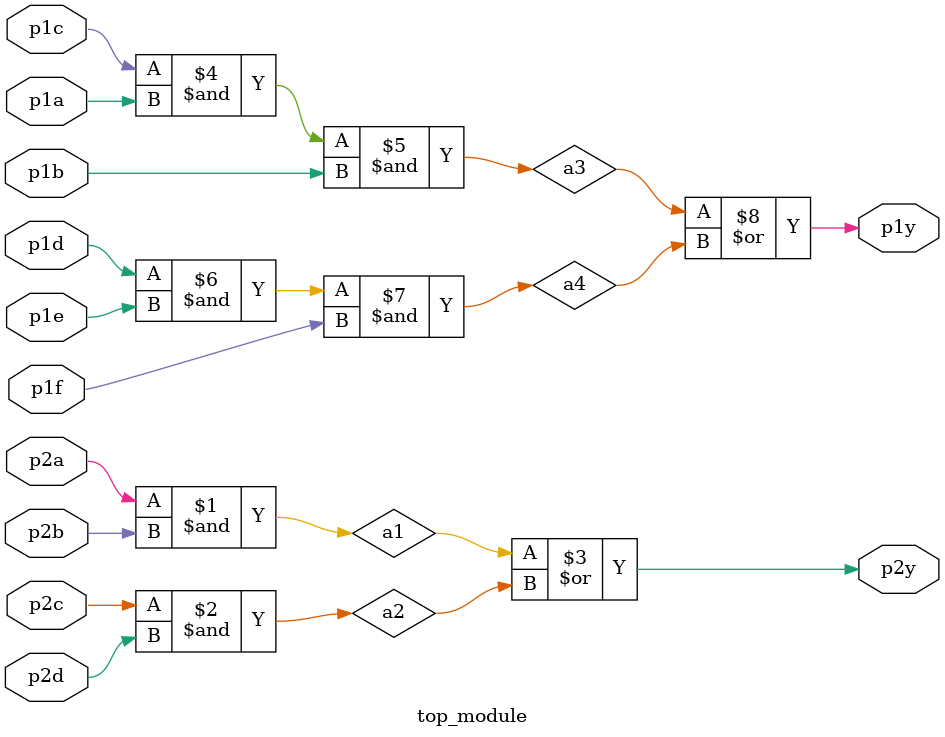
<source format=v>
module top_module ( 
    input p1a, p1b, p1c, p1d, p1e, p1f,
    output p1y,
    input p2a, p2b, p2c, p2d,
    output p2y );

wire a1,a2,a3,a4;
    assign a1=p2a&p2b;
    assign a2=p2c&p2d;
    assign p2y=a1|a2;
    assign a3=p1c&p1a&p1b;
    assign a4=p1d&p1e&p1f;
    assign p1y=a3|a4;
endmodule

</source>
